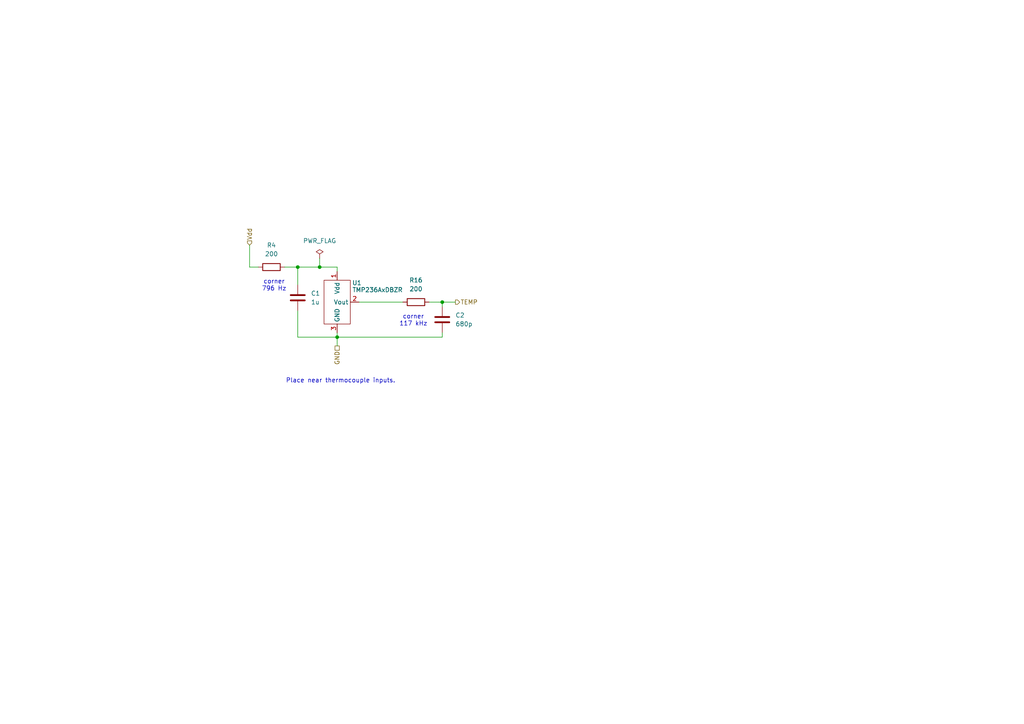
<source format=kicad_sch>
(kicad_sch (version 20231120) (generator "eeschema") (generator_version "8.0")
  (paper "A4")
  (lib_symbols
    (symbol "Device:C" (pin_numbers hide) (pin_names (offset 0.254))
      (property "Reference" "C" (at 0.635 2.54 0))
      (property "Value" "C" (at 0.635 -2.54 0))
      (symbol "C_0_1"
        (polyline (pts (xy -2.032 -0.762) (xy 2.032 -0.762)) (stroke (width 0.508)))
        (polyline (pts (xy -2.032 0.762) (xy 2.032 0.762)) (stroke (width 0.508)))
      )
      (symbol "C_1_1"
        (pin passive line (at 0 3.81 270) (length 2.794) (name "~") (number "1"))
        (pin passive line (at 0 -3.81 90) (length 2.794) (name "~") (number "2"))
      )
    )
    (symbol "Device:R" (pin_numbers hide) (pin_names (offset 0))
      (property "Reference" "R" (at 2.032 0 90))
      (property "Value" "R" (at 0 0 90))
      (symbol "R_0_1"
        (rectangle (start -1.016 -2.54) (end 1.016 2.54) (stroke (width 0.254)))
      )
      (symbol "R_1_1"
        (pin passive line (at 0 3.81 270) (length 1.27) (name "~") (number "1"))
        (pin passive line (at 0 -3.81 90) (length 1.27) (name "~") (number "2"))
      )
    )
    (symbol "ch:TMP236AxDBZR"
      (property "Reference" "U" (at 2.032 7.366 0))
      (property "Value" "TMP236AxDBZR" (at 0 2.54 0))
      (symbol "TMP236AxDBZR_0_1"
        (rectangle (start -3.81 6.35) (end 3.81 -6.35))
      )
      (symbol "TMP236AxDBZR_1_1"
        (pin power_in line (at 0 8.89 270) (length 2.54) (name "Vdd") (number "1"))
        (pin output line (at 6.35 0 180) (length 2.54) (name "Vout") (number "2"))
        (pin power_in line (at 0 -8.89 90) (length 2.54) (name "GND") (number "3"))
      )
    )
    (symbol "power:PWR_FLAG" (power) (pin_numbers hide) (pin_names (offset 0) hide)
      (property "Value" "PWR_FLAG" (at 0 3.81 0))
      (symbol "PWR_FLAG_0_0"
        (pin power_out line (at 0 0 90) (length 0) (name "~") (number "1"))
      )
      (symbol "PWR_FLAG_0_1"
        (polyline (pts (xy 0 0) (xy 0 1.27) (xy -1.016 1.905) (xy 0 2.54) (xy 1.016 1.905) (xy 0 1.27)))
      )
    )
  )
  (junction (at 97.79 97.79))
  (junction (at 92.71 77.47))
  (junction (at 128.27 87.63))
  (junction (at 86.36 77.47))
  (wire (pts (xy 92.71 74.93) (xy 92.71 77.47)))
  (wire (pts (xy 72.39 71.12) (xy 72.39 77.47)))
  (wire (pts (xy 97.79 97.79) (xy 97.79 100.33)))
  (wire (pts (xy 86.36 82.55) (xy 86.36 77.47)))
  (wire (pts (xy 128.27 96.52) (xy 128.27 97.79)))
  (wire (pts (xy 104.14 87.63) (xy 116.84 87.63)))
  (wire (pts (xy 124.46 87.63) (xy 128.27 87.63)))
  (wire (pts (xy 86.36 90.17) (xy 86.36 97.79)))
  (wire (pts (xy 97.79 97.79) (xy 128.27 97.79)))
  (wire (pts (xy 97.79 96.52) (xy 97.79 97.79)))
  (wire (pts (xy 92.71 77.47) (xy 97.79 77.47)))
  (wire (pts (xy 72.39 77.47) (xy 74.93 77.47)))
  (wire (pts (xy 86.36 77.47) (xy 92.71 77.47)))
  (wire (pts (xy 86.36 97.79) (xy 97.79 97.79)))
  (wire (pts (xy 97.79 77.47) (xy 97.79 78.74)))
  (wire (pts (xy 128.27 87.63) (xy 132.08 87.63)))
  (wire (pts (xy 82.55 77.47) (xy 86.36 77.47)))
  (wire (pts (xy 128.27 87.63) (xy 128.27 88.9)))
  (text "Place near thermocouple inputs." (at 98.806 110.49 0) (effects (font (size 1.27 1.27))))
  (text "corner\n796 Hz" (at 79.502 82.804 0) (effects (font (size 1.27 1.27))))
  (text "corner\n117 kHz" (at 119.888 92.964 0) (effects (font (size 1.27 1.27))))
  (hierarchical_label "Vdd" (shape input) (at 72.39 71.12 90))
  (hierarchical_label "TEMP" (shape output) (at 132.08 87.63 0))
  (hierarchical_label "GND" (shape passive) (at 97.79 100.33 270))
  (symbol (lib_id "power:PWR_FLAG") (at 92.71 74.93 0) (unit 1)
    (property "Reference" "#FLG03" (effects (hide yes)))
    (property "Value" "PWR_FLAG" (at 92.71 69.85 0))
    (property "Description" "Special symbol for telling ERC where power comes from" (effects (hide yes)))
  )
  (symbol (lib_id "Device:R") (at 120.65 87.63 90) (unit 1)
    (property "Reference" "R16" (at 120.65 81.28 90))
    (property "Value" "200" (at 120.65 83.82 90))
    (property "Description" "Resistor" (effects (hide yes)))
  )
  (symbol (lib_id "Device:R") (at 78.74 77.47 90) (unit 1)
    (property "Reference" "R4" (at 78.74 71.12 90))
    (property "Value" "200" (at 78.74 73.66 90))
    (property "Description" "Resistor" (effects (hide yes)))
  )
  (symbol (lib_id "Device:C") (at 86.36 86.36 0) (unit 1)
    (property "Reference" "C1" (at 90.17 85.0899 0) (effects (justify left)))
    (property "Value" "1u" (at 90.17 87.6299 0) (effects (justify left)))
    (property "Description" "Unpolarized capacitor" (effects (hide yes)))
  )
  (symbol (lib_id "ch:TMP236AxDBZR") (at 97.79 87.63 0) (unit 1)
    (property "Reference" "U1" (at 104.902 82.042 0) (effects (justify right)))
    (property "Value" "TMP236AxDBZR" (at 116.84 84.074 0) (effects (justify right)))
    (property "Footprint" "Package_TO_SOT_SMD:SOT-23-3" (effects (hide yes)))
    (property "Datasheet" "https://www.ti.com/lit/ds/symlink/tmp236.pdf" (effects (hide yes)))
    (property "Description" "TMP23x Low-Power, High-Accuracy Analog Output Temperature Sensor" (effects (hide yes)))
  )
  (symbol (lib_id "Device:C") (at 128.27 92.71 0) (unit 1)
    (property "Reference" "C2" (at 132.08 91.4399 0) (effects (justify left)))
    (property "Value" "680p" (at 132.08 93.9799 0) (effects (justify left)))
    (property "Description" "Unpolarized capacitor" (effects (hide yes)))
  )
)
</source>
